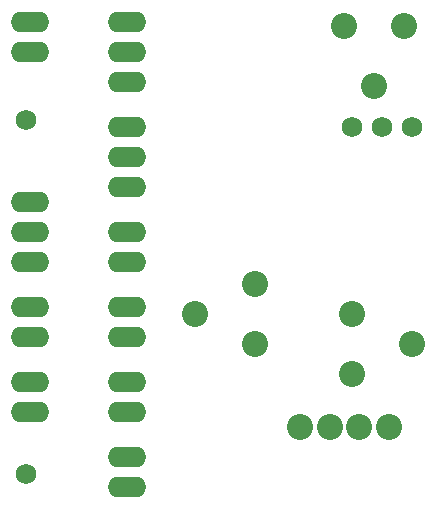
<source format=gbs>
G04 Layer_Color=16711935*
%FSLAX43Y43*%
%MOMM*%
G71*
G01*
G75*
%ADD50C,2.203*%
%ADD51C,1.727*%
%ADD52O,3.251X1.727*%
D50*
X158400Y161860D02*
D03*
X155860Y166940D02*
D03*
X160940D02*
D03*
X143180Y142545D02*
D03*
X148260Y145085D02*
D03*
Y140005D02*
D03*
X152130Y133020D02*
D03*
X154630D02*
D03*
X157130D02*
D03*
X159630D02*
D03*
X161595Y140005D02*
D03*
X156515Y137465D02*
D03*
Y142545D02*
D03*
D51*
Y158420D02*
D03*
X159055D02*
D03*
X161595D02*
D03*
X128900Y129000D02*
D03*
Y159000D02*
D03*
D52*
X137465Y140640D02*
D03*
Y143180D02*
D03*
Y134290D02*
D03*
Y136830D02*
D03*
Y127940D02*
D03*
Y130480D02*
D03*
X129210Y134290D02*
D03*
Y136830D02*
D03*
Y140640D02*
D03*
Y143180D02*
D03*
X129275Y149470D02*
D03*
Y146930D02*
D03*
Y152010D02*
D03*
X137465Y146990D02*
D03*
Y149530D02*
D03*
Y155880D02*
D03*
Y153340D02*
D03*
Y158420D02*
D03*
Y164770D02*
D03*
Y162230D02*
D03*
Y167310D02*
D03*
X129210Y164770D02*
D03*
Y167310D02*
D03*
M02*

</source>
